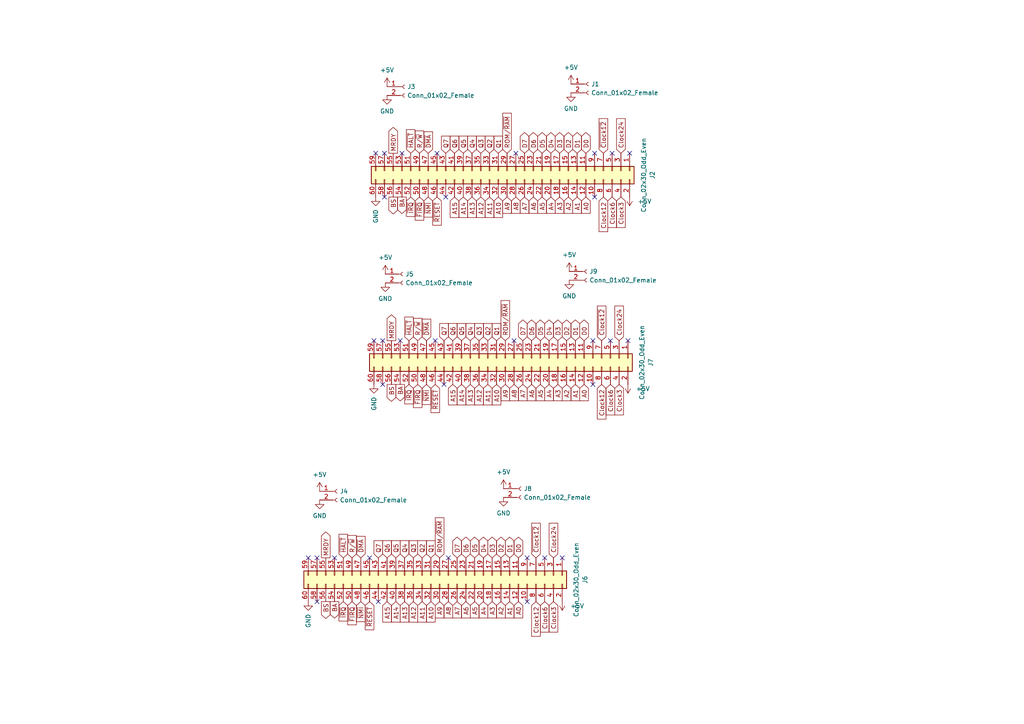
<source format=kicad_sch>
(kicad_sch (version 20211123) (generator eeschema)
  (paper "A4")
  (lib_symbols
    (symbol "Connector:Conn_01x02_Female" (pin_names (offset 1.016) hide)
      (property "Reference" "J" (at 0 2.54 0))
      (property "Value" "Conn_01x02_Female" (at 0 -5.08 0))
      (symbol "Conn_01x02_Female_1_1"
        (arc (start 0 -2.032) (mid -0.508 -2.54) (end 0 -3.048) (stroke (width 0.1524)))
        (polyline (pts (xy -1.27 -2.54) (xy -0.508 -2.54)) (stroke (width 0.1524)))
        (polyline (pts (xy -1.27 0) (xy -0.508 0)) (stroke (width 0.1524)))
        (arc (start 0 0.508) (mid -0.508 0) (end 0 -0.508) (stroke (width 0.1524)))
        (pin passive line (at -5.08 0 0) (length 3.81) (name "Pin_1") (number "1"))
        (pin passive line (at -5.08 -2.54 0) (length 3.81) (name "Pin_2") (number "2"))
      )
    )
    (symbol "Connector_Generic:Conn_02x30_Odd_Even" (pin_names (offset 1.016) hide)
      (property "Reference" "J" (at 1.27 38.1 0))
      (property "Value" "Conn_02x30_Odd_Even" (at 1.27 -40.64 0))
      (symbol "Conn_02x30_Odd_Even_1_1"
        (rectangle (start -1.27 -37.973) (end 0 -38.227) (stroke (width 0.1524)))
        (rectangle (start -1.27 -35.433) (end 0 -35.687) (stroke (width 0.1524)))
        (rectangle (start -1.27 -32.893) (end 0 -33.147) (stroke (width 0.1524)))
        (rectangle (start -1.27 -30.353) (end 0 -30.607) (stroke (width 0.1524)))
        (rectangle (start -1.27 -27.813) (end 0 -28.067) (stroke (width 0.1524)))
        (rectangle (start -1.27 -25.273) (end 0 -25.527) (stroke (width 0.1524)))
        (rectangle (start -1.27 -22.733) (end 0 -22.987) (stroke (width 0.1524)))
        (rectangle (start -1.27 -20.193) (end 0 -20.447) (stroke (width 0.1524)))
        (rectangle (start -1.27 -17.653) (end 0 -17.907) (stroke (width 0.1524)))
        (rectangle (start -1.27 -15.113) (end 0 -15.367) (stroke (width 0.1524)))
        (rectangle (start -1.27 -12.573) (end 0 -12.827) (stroke (width 0.1524)))
        (rectangle (start -1.27 -10.033) (end 0 -10.287) (stroke (width 0.1524)))
        (rectangle (start -1.27 -7.493) (end 0 -7.747) (stroke (width 0.1524)))
        (rectangle (start -1.27 -4.953) (end 0 -5.207) (stroke (width 0.1524)))
        (rectangle (start -1.27 -2.413) (end 0 -2.667) (stroke (width 0.1524)))
        (rectangle (start -1.27 0.127) (end 0 -0.127) (stroke (width 0.1524)))
        (rectangle (start -1.27 2.667) (end 0 2.413) (stroke (width 0.1524)))
        (rectangle (start -1.27 5.207) (end 0 4.953) (stroke (width 0.1524)))
        (rectangle (start -1.27 7.747) (end 0 7.493) (stroke (width 0.1524)))
        (rectangle (start -1.27 10.287) (end 0 10.033) (stroke (width 0.1524)))
        (rectangle (start -1.27 12.827) (end 0 12.573) (stroke (width 0.1524)))
        (rectangle (start -1.27 15.367) (end 0 15.113) (stroke (width 0.1524)))
        (rectangle (start -1.27 17.907) (end 0 17.653) (stroke (width 0.1524)))
        (rectangle (start -1.27 20.447) (end 0 20.193) (stroke (width 0.1524)))
        (rectangle (start -1.27 22.987) (end 0 22.733) (stroke (width 0.1524)))
        (rectangle (start -1.27 25.527) (end 0 25.273) (stroke (width 0.1524)))
        (rectangle (start -1.27 28.067) (end 0 27.813) (stroke (width 0.1524)))
        (rectangle (start -1.27 30.607) (end 0 30.353) (stroke (width 0.1524)))
        (rectangle (start -1.27 33.147) (end 0 32.893) (stroke (width 0.1524)))
        (rectangle (start -1.27 35.687) (end 0 35.433) (stroke (width 0.1524)))
        (rectangle (start -1.27 36.83) (end 3.81 -39.37) (stroke (width 0.254)) (fill (type background)))
        (rectangle (start 3.81 -37.973) (end 2.54 -38.227) (stroke (width 0.1524)))
        (rectangle (start 3.81 -35.433) (end 2.54 -35.687) (stroke (width 0.1524)))
        (rectangle (start 3.81 -32.893) (end 2.54 -33.147) (stroke (width 0.1524)))
        (rectangle (start 3.81 -30.353) (end 2.54 -30.607) (stroke (width 0.1524)))
        (rectangle (start 3.81 -27.813) (end 2.54 -28.067) (stroke (width 0.1524)))
        (rectangle (start 3.81 -25.273) (end 2.54 -25.527) (stroke (width 0.1524)))
        (rectangle (start 3.81 -22.733) (end 2.54 -22.987) (stroke (width 0.1524)))
        (rectangle (start 3.81 -20.193) (end 2.54 -20.447) (stroke (width 0.1524)))
        (rectangle (start 3.81 -17.653) (end 2.54 -17.907) (stroke (width 0.1524)))
        (rectangle (start 3.81 -15.113) (end 2.54 -15.367) (stroke (width 0.1524)))
        (rectangle (start 3.81 -12.573) (end 2.54 -12.827) (stroke (width 0.1524)))
        (rectangle (start 3.81 -10.033) (end 2.54 -10.287) (stroke (width 0.1524)))
        (rectangle (start 3.81 -7.493) (end 2.54 -7.747) (stroke (width 0.1524)))
        (rectangle (start 3.81 -4.953) (end 2.54 -5.207) (stroke (width 0.1524)))
        (rectangle (start 3.81 -2.413) (end 2.54 -2.667) (stroke (width 0.1524)))
        (rectangle (start 3.81 0.127) (end 2.54 -0.127) (stroke (width 0.1524)))
        (rectangle (start 3.81 2.667) (end 2.54 2.413) (stroke (width 0.1524)))
        (rectangle (start 3.81 5.207) (end 2.54 4.953) (stroke (width 0.1524)))
        (rectangle (start 3.81 7.747) (end 2.54 7.493) (stroke (width 0.1524)))
        (rectangle (start 3.81 10.287) (end 2.54 10.033) (stroke (width 0.1524)))
        (rectangle (start 3.81 12.827) (end 2.54 12.573) (stroke (width 0.1524)))
        (rectangle (start 3.81 15.367) (end 2.54 15.113) (stroke (width 0.1524)))
        (rectangle (start 3.81 17.907) (end 2.54 17.653) (stroke (width 0.1524)))
        (rectangle (start 3.81 20.447) (end 2.54 20.193) (stroke (width 0.1524)))
        (rectangle (start 3.81 22.987) (end 2.54 22.733) (stroke (width 0.1524)))
        (rectangle (start 3.81 25.527) (end 2.54 25.273) (stroke (width 0.1524)))
        (rectangle (start 3.81 28.067) (end 2.54 27.813) (stroke (width 0.1524)))
        (rectangle (start 3.81 30.607) (end 2.54 30.353) (stroke (width 0.1524)))
        (rectangle (start 3.81 33.147) (end 2.54 32.893) (stroke (width 0.1524)))
        (rectangle (start 3.81 35.687) (end 2.54 35.433) (stroke (width 0.1524)))
        (pin passive line (at -5.08 35.56 0) (length 3.81) (name "Pin_1") (number "1"))
        (pin passive line (at 7.62 25.4 180) (length 3.81) (name "Pin_10") (number "10"))
        (pin passive line (at -5.08 22.86 0) (length 3.81) (name "Pin_11") (number "11"))
        (pin passive line (at 7.62 22.86 180) (length 3.81) (name "Pin_12") (number "12"))
        (pin passive line (at -5.08 20.32 0) (length 3.81) (name "Pin_13") (number "13"))
        (pin passive line (at 7.62 20.32 180) (length 3.81) (name "Pin_14") (number "14"))
        (pin passive line (at -5.08 17.78 0) (length 3.81) (name "Pin_15") (number "15"))
        (pin passive line (at 7.62 17.78 180) (length 3.81) (name "Pin_16") (number "16"))
        (pin passive line (at -5.08 15.24 0) (length 3.81) (name "Pin_17") (number "17"))
        (pin passive line (at 7.62 15.24 180) (length 3.81) (name "Pin_18") (number "18"))
        (pin passive line (at -5.08 12.7 0) (length 3.81) (name "Pin_19") (number "19"))
        (pin passive line (at 7.62 35.56 180) (length 3.81) (name "Pin_2") (number "2"))
        (pin passive line (at 7.62 12.7 180) (length 3.81) (name "Pin_20") (number "20"))
        (pin passive line (at -5.08 10.16 0) (length 3.81) (name "Pin_21") (number "21"))
        (pin passive line (at 7.62 10.16 180) (length 3.81) (name "Pin_22") (number "22"))
        (pin passive line (at -5.08 7.62 0) (length 3.81) (name "Pin_23") (number "23"))
        (pin passive line (at 7.62 7.62 180) (length 3.81) (name "Pin_24") (number "24"))
        (pin passive line (at -5.08 5.08 0) (length 3.81) (name "Pin_25") (number "25"))
        (pin passive line (at 7.62 5.08 180) (length 3.81) (name "Pin_26") (number "26"))
        (pin passive line (at -5.08 2.54 0) (length 3.81) (name "Pin_27") (number "27"))
        (pin passive line (at 7.62 2.54 180) (length 3.81) (name "Pin_28") (number "28"))
        (pin passive line (at -5.08 0 0) (length 3.81) (name "Pin_29") (number "29"))
        (pin passive line (at -5.08 33.02 0) (length 3.81) (name "Pin_3") (number "3"))
        (pin passive line (at 7.62 0 180) (length 3.81) (name "Pin_30") (number "30"))
        (pin passive line (at -5.08 -2.54 0) (length 3.81) (name "Pin_31") (number "31"))
        (pin passive line (at 7.62 -2.54 180) (length 3.81) (name "Pin_32") (number "32"))
        (pin passive line (at -5.08 -5.08 0) (length 3.81) (name "Pin_33") (number "33"))
        (pin passive line (at 7.62 -5.08 180) (length 3.81) (name "Pin_34") (number "34"))
        (pin passive line (at -5.08 -7.62 0) (length 3.81) (name "Pin_35") (number "35"))
        (pin passive line (at 7.62 -7.62 180) (length 3.81) (name "Pin_36") (number "36"))
        (pin passive line (at -5.08 -10.16 0) (length 3.81) (name "Pin_37") (number "37"))
        (pin passive line (at 7.62 -10.16 180) (length 3.81) (name "Pin_38") (number "38"))
        (pin passive line (at -5.08 -12.7 0) (length 3.81) (name "Pin_39") (number "39"))
        (pin passive line (at 7.62 33.02 180) (length 3.81) (name "Pin_4") (number "4"))
        (pin passive line (at 7.62 -12.7 180) (length 3.81) (name "Pin_40") (number "40"))
        (pin passive line (at -5.08 -15.24 0) (length 3.81) (name "Pin_41") (number "41"))
        (pin passive line (at 7.62 -15.24 180) (length 3.81) (name "Pin_42") (number "42"))
        (pin passive line (at -5.08 -17.78 0) (length 3.81) (name "Pin_43") (number "43"))
        (pin passive line (at 7.62 -17.78 180) (length 3.81) (name "Pin_44") (number "44"))
        (pin passive line (at -5.08 -20.32 0) (length 3.81) (name "Pin_45") (number "45"))
        (pin passive line (at 7.62 -20.32 180) (length 3.81) (name "Pin_46") (number "46"))
        (pin passive line (at -5.08 -22.86 0) (length 3.81) (name "Pin_47") (number "47"))
        (pin passive line (at 7.62 -22.86 180) (length 3.81) (name "Pin_48") (number "48"))
        (pin passive line (at -5.08 -25.4 0) (length 3.81) (name "Pin_49") (number "49"))
        (pin passive line (at -5.08 30.48 0) (length 3.81) (name "Pin_5") (number "5"))
        (pin passive line (at 7.62 -25.4 180) (length 3.81) (name "Pin_50") (number "50"))
        (pin passive line (at -5.08 -27.94 0) (length 3.81) (name "Pin_51") (number "51"))
        (pin passive line (at 7.62 -27.94 180) (length 3.81) (name "Pin_52") (number "52"))
        (pin passive line (at -5.08 -30.48 0) (length 3.81) (name "Pin_53") (number "53"))
        (pin passive line (at 7.62 -30.48 180) (length 3.81) (name "Pin_54") (number "54"))
        (pin passive line (at -5.08 -33.02 0) (length 3.81) (name "Pin_55") (number "55"))
        (pin passive line (at 7.62 -33.02 180) (length 3.81) (name "Pin_56") (number "56"))
        (pin passive line (at -5.08 -35.56 0) (length 3.81) (name "Pin_57") (number "57"))
        (pin passive line (at 7.62 -35.56 180) (length 3.81) (name "Pin_58") (number "58"))
        (pin passive line (at -5.08 -38.1 0) (length 3.81) (name "Pin_59") (number "59"))
        (pin passive line (at 7.62 30.48 180) (length 3.81) (name "Pin_6") (number "6"))
        (pin passive line (at 7.62 -38.1 180) (length 3.81) (name "Pin_60") (number "60"))
        (pin passive line (at -5.08 27.94 0) (length 3.81) (name "Pin_7") (number "7"))
        (pin passive line (at 7.62 27.94 180) (length 3.81) (name "Pin_8") (number "8"))
        (pin passive line (at -5.08 25.4 0) (length 3.81) (name "Pin_9") (number "9"))
      )
    )
    (symbol "power:+5V" (power) (pin_names (offset 0))
      (property "Value" "+5V" (at 0 3.556 0))
      (symbol "+5V_0_1"
        (polyline (pts (xy -0.762 1.27) (xy 0 2.54)))
        (polyline (pts (xy 0 0) (xy 0 2.54)))
        (polyline (pts (xy 0 2.54) (xy 0.762 1.27)))
      )
      (symbol "+5V_1_1"
        (pin power_in line (at 0 0 90) (length 0) hide (name "+5V") (number "1"))
      )
    )
    (symbol "power:GND" (power) (pin_names (offset 0))
      (property "Value" "GND" (at 0 -3.81 0))
      (symbol "GND_0_1"
        (polyline (pts (xy 0 0) (xy 0 -1.27) (xy 1.27 -1.27) (xy 0 -2.54) (xy -1.27 -1.27) (xy 0 -1.27)))
      )
      (symbol "GND_1_1"
        (pin power_in line (at 0 0 270) (length 0) hide (name "GND") (number "1"))
      )
    )
  )
  (no_connect (at 116.586 44.45))
  (no_connect (at 171.958 111.506))
  (no_connect (at 177.546 44.45))
  (no_connect (at 97.028 161.798))
  (no_connect (at 172.466 44.45))
  (no_connect (at 110.998 98.806))
  (no_connect (at 109.728 174.498))
  (no_connect (at 111.506 57.15))
  (no_connect (at 91.948 174.498))
  (no_connect (at 152.908 174.498))
  (no_connect (at 130.048 161.798))
  (no_connect (at 108.458 98.806))
  (no_connect (at 172.466 57.15))
  (no_connect (at 107.188 161.798))
  (no_connect (at 152.908 161.798))
  (no_connect (at 116.078 98.806))
  (no_connect (at 111.506 44.45))
  (no_connect (at 110.998 111.506))
  (no_connect (at 149.606 44.45))
  (no_connect (at 177.038 98.806))
  (no_connect (at 171.958 98.806))
  (no_connect (at 89.408 161.798))
  (no_connect (at 182.626 44.45))
  (no_connect (at 91.948 161.798))
  (no_connect (at 126.746 44.45))
  (no_connect (at 149.098 98.806))
  (no_connect (at 126.238 98.806))
  (no_connect (at 182.118 98.806))
  (no_connect (at 157.988 161.798))
  (no_connect (at 108.966 44.45))
  (no_connect (at 128.778 111.506))
  (no_connect (at 129.286 57.15))
  (no_connect (at 163.068 161.798))
  (global_label "A14" (shape input) (at 133.858 111.506 270) (property "Intersheet References" "${INTERSHEET_REFS}" (effects hide)))
  (global_label "~{Clock12}" (shape input) (at 174.498 98.806 90) (property "Intersheet References" "${INTERSHEET_REFS}" (effects hide)))
  (global_label "A0" (shape input) (at 169.926 57.15 270) (property "Intersheet References" "${INTERSHEET_REFS}" (effects hide)))
  (global_label "D0" (shape bidirectional) (at 169.418 98.806 90) (property "Intersheet References" "${INTERSHEET_REFS}" (effects hide)))
  (global_label "~{HALT}" (shape input) (at 118.618 98.806 90) (property "Intersheet References" "${INTERSHEET_REFS}" (effects hide)))
  (global_label "~{RESET}" (shape input) (at 126.746 57.15 270) (property "Intersheet References" "${INTERSHEET_REFS}" (effects hide)))
  (global_label "Clock24" (shape input) (at 179.578 98.806 90) (property "Intersheet References" "${INTERSHEET_REFS}" (effects hide)))
  (global_label "~{DMA}" (shape input) (at 124.206 44.45 90) (property "Intersheet References" "${INTERSHEET_REFS}" (effects hide)))
  (global_label "A6" (shape input) (at 135.128 174.498 270) (property "Intersheet References" "${INTERSHEET_REFS}" (effects hide)))
  (global_label "~{IRQ}" (shape input) (at 99.568 174.498 270) (property "Intersheet References" "${INTERSHEET_REFS}" (effects hide)))
  (global_label "BA" (shape output) (at 116.586 57.15 270) (property "Intersheet References" "${INTERSHEET_REFS}" (effects hide)))
  (global_label "A6" (shape input) (at 154.686 57.15 270) (property "Intersheet References" "${INTERSHEET_REFS}" (effects hide)))
  (global_label "D4" (shape bidirectional) (at 159.766 44.45 90) (property "Intersheet References" "${INTERSHEET_REFS}" (effects hide)))
  (global_label "A0" (shape input) (at 169.418 111.506 270) (property "Intersheet References" "${INTERSHEET_REFS}" (effects hide)))
  (global_label "Q6" (shape input) (at 131.318 98.806 90) (property "Intersheet References" "${INTERSHEET_REFS}" (effects hide)))
  (global_label "Q1" (shape input) (at 144.526 44.45 90) (property "Intersheet References" "${INTERSHEET_REFS}" (effects hide)))
  (global_label "A11" (shape input) (at 141.986 57.15 270) (property "Intersheet References" "${INTERSHEET_REFS}" (effects hide)))
  (global_label "ROM{slash}~{RAM}" (shape input) (at 146.558 98.806 90) (property "Intersheet References" "${INTERSHEET_REFS}" (effects hide)))
  (global_label "A10" (shape input) (at 144.018 111.506 270) (property "Intersheet References" "${INTERSHEET_REFS}" (effects hide)))
  (global_label "A1" (shape input) (at 167.386 57.15 270) (property "Intersheet References" "${INTERSHEET_REFS}" (effects hide)))
  (global_label "Clock6" (shape input) (at 177.546 57.15 270) (property "Intersheet References" "${INTERSHEET_REFS}" (effects hide)))
  (global_label "D2" (shape bidirectional) (at 164.846 44.45 90) (property "Intersheet References" "${INTERSHEET_REFS}" (effects hide)))
  (global_label "Q7" (shape input) (at 129.286 44.45 90) (property "Intersheet References" "${INTERSHEET_REFS}" (effects hide)))
  (global_label "A8" (shape input) (at 149.606 57.15 270) (property "Intersheet References" "${INTERSHEET_REFS}" (effects hide)))
  (global_label "Q1" (shape input) (at 144.018 98.806 90) (property "Intersheet References" "${INTERSHEET_REFS}" (effects hide)))
  (global_label "A7" (shape input) (at 132.588 174.498 270) (property "Intersheet References" "${INTERSHEET_REFS}" (effects hide)))
  (global_label "D1" (shape bidirectional) (at 167.386 44.45 90) (property "Intersheet References" "${INTERSHEET_REFS}" (effects hide)))
  (global_label "A2" (shape input) (at 164.338 111.506 270) (property "Intersheet References" "${INTERSHEET_REFS}" (effects hide)))
  (global_label "A7" (shape input) (at 151.638 111.506 270) (property "Intersheet References" "${INTERSHEET_REFS}" (effects hide)))
  (global_label "A1" (shape input) (at 147.828 174.498 270) (property "Intersheet References" "${INTERSHEET_REFS}" (effects hide)))
  (global_label "Clock6" (shape input) (at 157.988 174.498 270) (property "Intersheet References" "${INTERSHEET_REFS}" (effects hide)))
  (global_label "A13" (shape input) (at 136.398 111.506 270) (property "Intersheet References" "${INTERSHEET_REFS}" (effects hide)))
  (global_label "D0" (shape bidirectional) (at 169.926 44.45 90) (property "Intersheet References" "${INTERSHEET_REFS}" (effects hide)))
  (global_label "A8" (shape input) (at 130.048 174.498 270) (property "Intersheet References" "${INTERSHEET_REFS}" (effects hide)))
  (global_label "A12" (shape input) (at 138.938 111.506 270) (property "Intersheet References" "${INTERSHEET_REFS}" (effects hide)))
  (global_label "R{slash}~{W}" (shape input) (at 121.158 98.806 90) (property "Intersheet References" "${INTERSHEET_REFS}" (effects hide)))
  (global_label "Q7" (shape input) (at 109.728 161.798 90) (property "Intersheet References" "${INTERSHEET_REFS}" (effects hide)))
  (global_label "MRDY" (shape output) (at 114.046 44.45 90) (property "Intersheet References" "${INTERSHEET_REFS}" (effects hide)))
  (global_label "~{Clock12}" (shape input) (at 175.006 44.45 90) (property "Intersheet References" "${INTERSHEET_REFS}" (effects hide)))
  (global_label "R{slash}~{W}" (shape input) (at 121.666 44.45 90) (property "Intersheet References" "${INTERSHEET_REFS}" (effects hide)))
  (global_label "A3" (shape input) (at 161.798 111.506 270) (property "Intersheet References" "${INTERSHEET_REFS}" (effects hide)))
  (global_label "A3" (shape input) (at 162.306 57.15 270) (property "Intersheet References" "${INTERSHEET_REFS}" (effects hide)))
  (global_label "A1" (shape input) (at 166.878 111.506 270) (property "Intersheet References" "${INTERSHEET_REFS}" (effects hide)))
  (global_label "Q2" (shape input) (at 141.986 44.45 90) (property "Intersheet References" "${INTERSHEET_REFS}" (effects hide)))
  (global_label "R{slash}~{W}" (shape input) (at 102.108 161.798 90) (property "Intersheet References" "${INTERSHEET_REFS}" (effects hide)))
  (global_label "Clock3" (shape input) (at 180.086 57.15 270) (property "Intersheet References" "${INTERSHEET_REFS}" (effects hide)))
  (global_label "A2" (shape input) (at 145.288 174.498 270) (property "Intersheet References" "${INTERSHEET_REFS}" (effects hide)))
  (global_label "D4" (shape bidirectional) (at 159.258 98.806 90) (property "Intersheet References" "${INTERSHEET_REFS}" (effects hide)))
  (global_label "A14" (shape input) (at 134.366 57.15 270) (property "Intersheet References" "${INTERSHEET_REFS}" (effects hide)))
  (global_label "Clock24" (shape input) (at 180.086 44.45 90) (property "Intersheet References" "${INTERSHEET_REFS}" (effects hide)))
  (global_label "A11" (shape input) (at 122.428 174.498 270) (property "Intersheet References" "${INTERSHEET_REFS}" (effects hide)))
  (global_label "Q6" (shape input) (at 131.826 44.45 90) (property "Intersheet References" "${INTERSHEET_REFS}" (effects hide)))
  (global_label "A11" (shape input) (at 141.478 111.506 270) (property "Intersheet References" "${INTERSHEET_REFS}" (effects hide)))
  (global_label "Clock3" (shape input) (at 160.528 174.498 270) (property "Intersheet References" "${INTERSHEET_REFS}" (effects hide)))
  (global_label "D4" (shape bidirectional) (at 140.208 161.798 90) (property "Intersheet References" "${INTERSHEET_REFS}" (effects hide)))
  (global_label "D7" (shape bidirectional) (at 132.588 161.798 90) (property "Intersheet References" "${INTERSHEET_REFS}" (effects hide)))
  (global_label "D5" (shape bidirectional) (at 156.718 98.806 90) (property "Intersheet References" "${INTERSHEET_REFS}" (effects hide)))
  (global_label "A12" (shape input) (at 119.888 174.498 270) (property "Intersheet References" "${INTERSHEET_REFS}" (effects hide)))
  (global_label "Q3" (shape input) (at 119.888 161.798 90) (property "Intersheet References" "${INTERSHEET_REFS}" (effects hide)))
  (global_label "~{IRQ}" (shape input) (at 119.126 57.15 270) (property "Intersheet References" "${INTERSHEET_REFS}" (effects hide)))
  (global_label "D5" (shape bidirectional) (at 137.668 161.798 90) (property "Intersheet References" "${INTERSHEET_REFS}" (effects hide)))
  (global_label "Q7" (shape input) (at 128.778 98.806 90) (property "Intersheet References" "${INTERSHEET_REFS}" (effects hide)))
  (global_label "Q6" (shape input) (at 112.268 161.798 90) (property "Intersheet References" "${INTERSHEET_REFS}" (effects hide)))
  (global_label "Clock6" (shape input) (at 177.038 111.506 270) (property "Intersheet References" "${INTERSHEET_REFS}" (effects hide)))
  (global_label "A12" (shape input) (at 139.446 57.15 270) (property "Intersheet References" "${INTERSHEET_REFS}" (effects hide)))
  (global_label "A15" (shape input) (at 131.826 57.15 270) (property "Intersheet References" "${INTERSHEET_REFS}" (effects hide)))
  (global_label "Clock24" (shape input) (at 160.528 161.798 90) (property "Intersheet References" "${INTERSHEET_REFS}" (effects hide)))
  (global_label "Q1" (shape input) (at 124.968 161.798 90) (property "Intersheet References" "${INTERSHEET_REFS}" (effects hide)))
  (global_label "D3" (shape bidirectional) (at 162.306 44.45 90) (property "Intersheet References" "${INTERSHEET_REFS}" (effects hide)))
  (global_label "D3" (shape bidirectional) (at 142.748 161.798 90) (property "Intersheet References" "${INTERSHEET_REFS}" (effects hide)))
  (global_label "Q3" (shape input) (at 139.446 44.45 90) (property "Intersheet References" "${INTERSHEET_REFS}" (effects hide)))
  (global_label "A9" (shape input) (at 146.558 111.506 270) (property "Intersheet References" "${INTERSHEET_REFS}" (effects hide)))
  (global_label "A10" (shape input) (at 124.968 174.498 270) (property "Intersheet References" "${INTERSHEET_REFS}" (effects hide)))
  (global_label "A9" (shape input) (at 147.066 57.15 270) (property "Intersheet References" "${INTERSHEET_REFS}" (effects hide)))
  (global_label "A14" (shape input) (at 114.808 174.498 270) (property "Intersheet References" "${INTERSHEET_REFS}" (effects hide)))
  (global_label "D0" (shape bidirectional) (at 150.368 161.798 90) (property "Intersheet References" "${INTERSHEET_REFS}" (effects hide)))
  (global_label "Q4" (shape input) (at 136.398 98.806 90) (property "Intersheet References" "${INTERSHEET_REFS}" (effects hide)))
  (global_label "Clock12" (shape input) (at 175.006 57.15 270) (property "Intersheet References" "${INTERSHEET_REFS}" (effects hide)))
  (global_label "A7" (shape input) (at 152.146 57.15 270) (property "Intersheet References" "${INTERSHEET_REFS}" (effects hide)))
  (global_label "A5" (shape input) (at 157.226 57.15 270) (property "Intersheet References" "${INTERSHEET_REFS}" (effects hide)))
  (global_label "A4" (shape input) (at 159.258 111.506 270) (property "Intersheet References" "${INTERSHEET_REFS}" (effects hide)))
  (global_label "~{FIRQ}" (shape input) (at 121.666 57.15 270) (property "Intersheet References" "${INTERSHEET_REFS}" (effects hide)))
  (global_label "MRDY" (shape output) (at 94.488 161.798 90) (property "Intersheet References" "${INTERSHEET_REFS}" (effects hide)))
  (global_label "~{NMI}" (shape input) (at 124.206 57.15 270) (property "Intersheet References" "${INTERSHEET_REFS}" (effects hide)))
  (global_label "Q5" (shape input) (at 133.858 98.806 90) (property "Intersheet References" "${INTERSHEET_REFS}" (effects hide)))
  (global_label "A5" (shape input) (at 156.718 111.506 270) (property "Intersheet References" "${INTERSHEET_REFS}" (effects hide)))
  (global_label "D6" (shape bidirectional) (at 154.178 98.806 90) (property "Intersheet References" "${INTERSHEET_REFS}" (effects hide)))
  (global_label "Clock12" (shape input) (at 174.498 111.506 270) (property "Intersheet References" "${INTERSHEET_REFS}" (effects hide)))
  (global_label "~{HALT}" (shape input) (at 99.568 161.798 90) (property "Intersheet References" "${INTERSHEET_REFS}" (effects hide)))
  (global_label "A2" (shape input) (at 164.846 57.15 270) (property "Intersheet References" "${INTERSHEET_REFS}" (effects hide)))
  (global_label "D1" (shape bidirectional) (at 147.828 161.798 90) (property "Intersheet References" "${INTERSHEET_REFS}" (effects hide)))
  (global_label "Q2" (shape input) (at 122.428 161.798 90) (property "Intersheet References" "${INTERSHEET_REFS}" (effects hide)))
  (global_label "D2" (shape bidirectional) (at 164.338 98.806 90) (property "Intersheet References" "${INTERSHEET_REFS}" (effects hide)))
  (global_label "A15" (shape input) (at 131.318 111.506 270) (property "Intersheet References" "${INTERSHEET_REFS}" (effects hide)))
  (global_label "A13" (shape input) (at 117.348 174.498 270) (property "Intersheet References" "${INTERSHEET_REFS}" (effects hide)))
  (global_label "D3" (shape bidirectional) (at 161.798 98.806 90) (property "Intersheet References" "${INTERSHEET_REFS}" (effects hide)))
  (global_label "~{FIRQ}" (shape input) (at 102.108 174.498 270) (property "Intersheet References" "${INTERSHEET_REFS}" (effects hide)))
  (global_label "Q2" (shape input) (at 141.478 98.806 90) (property "Intersheet References" "${INTERSHEET_REFS}" (effects hide)))
  (global_label "BS" (shape output) (at 113.538 111.506 270) (property "Intersheet References" "${INTERSHEET_REFS}" (effects hide)))
  (global_label "D1" (shape bidirectional) (at 166.878 98.806 90) (property "Intersheet References" "${INTERSHEET_REFS}" (effects hide)))
  (global_label "ROM{slash}~{RAM}" (shape input) (at 147.066 44.45 90) (property "Intersheet References" "${INTERSHEET_REFS}" (effects hide)))
  (global_label "Clock3" (shape input) (at 179.578 111.506 270) (property "Intersheet References" "${INTERSHEET_REFS}" (effects hide)))
  (global_label "A6" (shape input) (at 154.178 111.506 270) (property "Intersheet References" "${INTERSHEET_REFS}" (effects hide)))
  (global_label "A15" (shape input) (at 112.268 174.498 270) (property "Intersheet References" "${INTERSHEET_REFS}" (effects hide)))
  (global_label "D6" (shape bidirectional) (at 154.686 44.45 90) (property "Intersheet References" "${INTERSHEET_REFS}" (effects hide)))
  (global_label "A0" (shape input) (at 150.368 174.498 270) (property "Intersheet References" "${INTERSHEET_REFS}" (effects hide)))
  (global_label "A5" (shape input) (at 137.668 174.498 270) (property "Intersheet References" "${INTERSHEET_REFS}" (effects hide)))
  (global_label "A4" (shape input) (at 159.766 57.15 270) (property "Intersheet References" "${INTERSHEET_REFS}" (effects hide)))
  (global_label "BA" (shape output) (at 97.028 174.498 270) (property "Intersheet References" "${INTERSHEET_REFS}" (effects hide)))
  (global_label "~{DMA}" (shape input) (at 104.648 161.798 90) (property "Intersheet References" "${INTERSHEET_REFS}" (effects hide)))
  (global_label "Q4" (shape input) (at 117.348 161.798 90) (property "Intersheet References" "${INTERSHEET_REFS}" (effects hide)))
  (global_label "Q5" (shape input) (at 114.808 161.798 90) (property "Intersheet References" "${INTERSHEET_REFS}" (effects hide)))
  (global_label "~{HALT}" (shape input) (at 119.126 44.45 90) (property "Intersheet References" "${INTERSHEET_REFS}" (effects hide)))
  (global_label "A10" (shape input) (at 144.526 57.15 270) (property "Intersheet References" "${INTERSHEET_REFS}" (effects hide)))
  (global_label "~{RESET}" (shape input) (at 126.238 111.506 270) (property "Intersheet References" "${INTERSHEET_REFS}" (effects hide)))
  (global_label "A4" (shape input) (at 140.208 174.498 270) (property "Intersheet References" "${INTERSHEET_REFS}" (effects hide)))
  (global_label "~{DMA}" (shape input) (at 123.698 98.806 90) (property "Intersheet References" "${INTERSHEET_REFS}" (effects hide)))
  (global_label "~{NMI}" (shape input) (at 123.698 111.506 270) (property "Intersheet References" "${INTERSHEET_REFS}" (effects hide)))
  (global_label "A3" (shape input) (at 142.748 174.498 270) (property "Intersheet References" "${INTERSHEET_REFS}" (effects hide)))
  (global_label "A9" (shape input) (at 127.508 174.498 270) (property "Intersheet References" "${INTERSHEET_REFS}" (effects hide)))
  (global_label "MRDY" (shape output) (at 113.538 98.806 90) (property "Intersheet References" "${INTERSHEET_REFS}" (effects hide)))
  (global_label "BS" (shape output) (at 94.488 174.498 270) (property "Intersheet References" "${INTERSHEET_REFS}" (effects hide)))
  (global_label "Q3" (shape input) (at 138.938 98.806 90) (property "Intersheet References" "${INTERSHEET_REFS}" (effects hide)))
  (global_label "A8" (shape input) (at 149.098 111.506 270) (property "Intersheet References" "${INTERSHEET_REFS}" (effects hide)))
  (global_label "BS" (shape output) (at 114.046 57.15 270) (property "Intersheet References" "${INTERSHEET_REFS}" (effects hide)))
  (global_label "~{RESET}" (shape input) (at 107.188 174.498 270) (property "Intersheet References" "${INTERSHEET_REFS}" (effects hide)))
  (global_label "D7" (shape bidirectional) (at 151.638 98.806 90) (property "Intersheet References" "${INTERSHEET_REFS}" (effects hide)))
  (global_label "D2" (shape bidirectional) (at 145.288 161.798 90) (property "Intersheet References" "${INTERSHEET_REFS}" (effects hide)))
  (global_label "~{Clock12}" (shape input) (at 155.448 161.798 90) (property "Intersheet References" "${INTERSHEET_REFS}" (effects hide)))
  (global_label "Q5" (shape input) (at 134.366 44.45 90) (property "Intersheet References" "${INTERSHEET_REFS}" (effects hide)))
  (global_label "ROM{slash}~{RAM}" (shape input) (at 127.508 161.798 90) (property "Intersheet References" "${INTERSHEET_REFS}" (effects hide)))
  (global_label "BA" (shape output) (at 116.078 111.506 270) (property "Intersheet References" "${INTERSHEET_REFS}" (effects hide)))
  (global_label "~{IRQ}" (shape input) (at 118.618 111.506 270) (property "Intersheet References" "${INTERSHEET_REFS}" (effects hide)))
  (global_label "D5" (shape bidirectional) (at 157.226 44.45 90) (property "Intersheet References" "${INTERSHEET_REFS}" (effects hide)))
  (global_label "~{NMI}" (shape input) (at 104.648 174.498 270) (property "Intersheet References" "${INTERSHEET_REFS}" (effects hide)))
  (global_label "D7" (shape bidirectional) (at 152.146 44.45 90) (property "Intersheet References" "${INTERSHEET_REFS}" (effects hide)))
  (global_label "~{FIRQ}" (shape input) (at 121.158 111.506 270) (property "Intersheet References" "${INTERSHEET_REFS}" (effects hide)))
  (global_label "A13" (shape input) (at 136.906 57.15 270) (property "Intersheet References" "${INTERSHEET_REFS}" (effects hide)))
  (global_label "Q4" (shape input) (at 136.906 44.45 90) (property "Intersheet References" "${INTERSHEET_REFS}" (effects hide)))
  (global_label "Clock12" (shape input) (at 155.448 174.498 270) (property "Intersheet References" "${INTERSHEET_REFS}" (effects hide)))
  (global_label "D6" (shape bidirectional) (at 135.128 161.798 90) (property "Intersheet References" "${INTERSHEET_REFS}" (effects hide)))
  (symbol (lib_id "power:+5V") (at 182.118 111.506 180) (unit 1)
    (property "Reference" "#PWR018" (effects hide))
    (property "Value" "+5V" (at 184.404 112.7759 0) (effects (justify right)))
  )
  (symbol (lib_id "power:+5V") (at 92.71 142.494 0) (unit 1)
    (property "Reference" "#PWR08" (effects hide))
    (property "Value" "+5V" (at 92.71 137.668 0))
  )
  (symbol (lib_id "power:+5V") (at 111.76 79.502 0) (unit 1)
    (property "Reference" "#PWR011" (effects hide))
    (property "Value" "+5V" (at 111.76 74.676 0))
  )
  (symbol (lib_id "power:GND") (at 146.05 144.272 0) (unit 1)
    (property "Reference" "#PWR014" (effects hide))
    (property "Value" "GND" (at 146.05 148.844 0))
  )
  (symbol (lib_id "power:GND") (at 165.608 26.924 0) (unit 1)
    (property "Reference" "#PWR05" (effects hide))
    (property "Value" "GND" (at 165.608 31.496 0))
  )
  (symbol (lib_id "Connector_Generic:Conn_02x30_Odd_Even") (at 146.558 103.886 270) (unit 1)
    (property "Reference" "J7" (at 188.722 105.156 0))
    (property "Value" "Conn_02x30_Odd_Even" (at 186.182 105.156 0))
    (property "Footprint" "Connector_PinSocket_2.54mm:PinSocket_2x30_P2.54mm_Vertical" (effects hide))
  )
  (symbol (lib_id "Connector:Conn_01x02_Female") (at 170.688 24.384 0) (unit 1)
    (property "Reference" "J1" (at 171.45 24.3839 0) (effects (justify left)))
    (property "Value" "Conn_01x02_Female" (at 171.45 26.9239 0) (effects (justify left)))
    (property "Footprint" "Connector_PinSocket_2.54mm:PinSocket_1x02_P2.54mm_Vertical" (effects hide))
  )
  (symbol (lib_id "power:+5V") (at 182.626 57.15 180) (unit 1)
    (property "Reference" "#PWR06" (effects hide))
    (property "Value" "+5V" (at 184.912 58.4199 0) (effects (justify right)))
  )
  (symbol (lib_id "power:+5V") (at 165.1 78.74 0) (unit 1)
    (property "Reference" "#PWR016" (effects hide))
    (property "Value" "+5V" (at 165.1 73.914 0))
  )
  (symbol (lib_id "power:+5V") (at 163.068 174.498 180) (unit 1)
    (property "Reference" "#PWR015" (effects hide))
    (property "Value" "+5V" (at 165.354 175.7679 0) (effects (justify right)))
  )
  (symbol (lib_id "Connector_Generic:Conn_02x30_Odd_Even") (at 147.066 49.53 270) (unit 1)
    (property "Reference" "J2" (at 189.23 50.8 0))
    (property "Value" "Conn_02x30_Odd_Even" (at 186.69 50.8 0))
    (property "Footprint" "Connector_PinSocket_2.54mm:PinSocket_2x30_P2.54mm_Vertical" (effects hide))
  )
  (symbol (lib_id "power:+5V") (at 146.05 141.732 0) (unit 1)
    (property "Reference" "#PWR013" (effects hide))
    (property "Value" "+5V" (at 146.05 136.906 0))
  )
  (symbol (lib_id "Connector:Conn_01x02_Female") (at 116.84 79.502 0) (unit 1)
    (property "Reference" "J5" (at 117.602 79.5019 0) (effects (justify left)))
    (property "Value" "Conn_01x02_Female" (at 117.602 82.0419 0) (effects (justify left)))
    (property "Footprint" "Connector_PinSocket_2.54mm:PinSocket_1x02_P2.54mm_Vertical" (effects hide))
  )
  (symbol (lib_id "Connector:Conn_01x02_Female") (at 117.348 25.146 0) (unit 1)
    (property "Reference" "J3" (at 118.11 25.1459 0) (effects (justify left)))
    (property "Value" "Conn_01x02_Female" (at 118.11 27.6859 0) (effects (justify left)))
    (property "Footprint" "Connector_PinSocket_2.54mm:PinSocket_1x02_P2.54mm_Vertical" (effects hide))
  )
  (symbol (lib_id "power:GND") (at 92.71 145.034 0) (unit 1)
    (property "Reference" "#PWR09" (effects hide))
    (property "Value" "GND" (at 92.71 149.606 0))
  )
  (symbol (lib_id "power:GND") (at 111.76 82.042 0) (unit 1)
    (property "Reference" "#PWR012" (effects hide))
    (property "Value" "GND" (at 111.76 86.614 0))
  )
  (symbol (lib_id "Connector:Conn_01x02_Female") (at 151.13 141.732 0) (unit 1)
    (property "Reference" "J8" (at 151.892 141.7319 0) (effects (justify left)))
    (property "Value" "Conn_01x02_Female" (at 151.892 144.2719 0) (effects (justify left)))
    (property "Footprint" "Connector_PinSocket_2.54mm:PinSocket_1x02_P2.54mm_Vertical" (effects hide))
  )
  (symbol (lib_id "power:GND") (at 108.966 57.15 0) (unit 1)
    (property "Reference" "#PWR01" (effects hide))
    (property "Value" "GND" (at 108.9661 60.706 90) (effects (justify right)))
  )
  (symbol (lib_id "power:GND") (at 112.268 27.686 0) (unit 1)
    (property "Reference" "#PWR03" (effects hide))
    (property "Value" "GND" (at 112.268 32.258 0))
  )
  (symbol (lib_id "Connector:Conn_01x02_Female") (at 97.79 142.494 0) (unit 1)
    (property "Reference" "J4" (at 98.552 142.4939 0) (effects (justify left)))
    (property "Value" "Conn_01x02_Female" (at 98.552 145.0339 0) (effects (justify left)))
    (property "Footprint" "Connector_PinSocket_2.54mm:PinSocket_1x02_P2.54mm_Vertical" (effects hide))
  )
  (symbol (lib_id "Connector_Generic:Conn_02x30_Odd_Even") (at 127.508 166.878 270) (unit 1)
    (property "Reference" "J6" (at 169.672 168.148 0))
    (property "Value" "Conn_02x30_Odd_Even" (at 167.132 168.148 0))
    (property "Footprint" "Connector_PinSocket_2.54mm:PinSocket_2x30_P2.54mm_Vertical" (effects hide))
  )
  (symbol (lib_id "power:GND") (at 108.458 111.506 0) (unit 1)
    (property "Reference" "#PWR010" (effects hide))
    (property "Value" "GND" (at 108.4581 115.062 90) (effects (justify right)))
  )
  (symbol (lib_id "power:+5V") (at 112.268 25.146 0) (unit 1)
    (property "Reference" "#PWR02" (effects hide))
    (property "Value" "+5V" (at 112.268 20.32 0))
  )
  (symbol (lib_id "power:GND") (at 89.408 174.498 0) (unit 1)
    (property "Reference" "#PWR07" (effects hide))
    (property "Value" "GND" (at 89.4081 178.054 90) (effects (justify right)))
  )
  (symbol (lib_id "power:+5V") (at 165.608 24.384 0) (unit 1)
    (property "Reference" "#PWR04" (effects hide))
    (property "Value" "+5V" (at 165.608 19.558 0))
  )
  (symbol (lib_id "Connector:Conn_01x02_Female") (at 170.18 78.74 0) (unit 1)
    (property "Reference" "J9" (at 170.942 78.7399 0) (effects (justify left)))
    (property "Value" "Conn_01x02_Female" (at 170.942 81.2799 0) (effects (justify left)))
    (property "Footprint" "Connector_PinSocket_2.54mm:PinSocket_1x02_P2.54mm_Vertical" (effects hide))
  )
  (symbol (lib_id "power:GND") (at 165.1 81.28 0) (unit 1)
    (property "Reference" "#PWR017" (effects hide))
    (property "Value" "GND" (at 165.1 85.852 0))
  )
)
</source>
